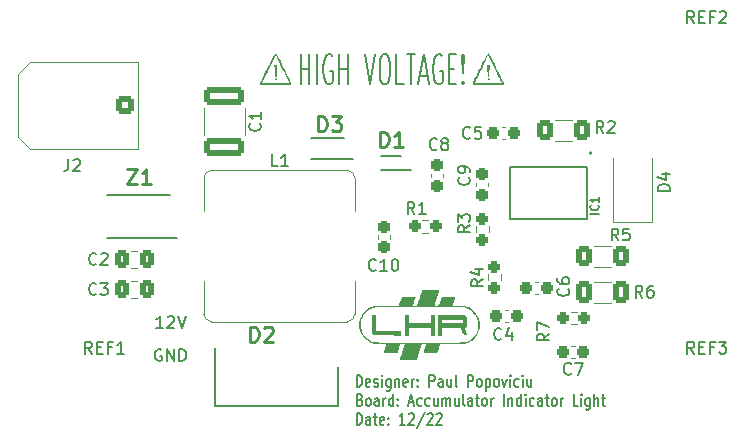
<source format=gto>
G04 #@! TF.GenerationSoftware,KiCad,Pcbnew,(6.0.1)*
G04 #@! TF.CreationDate,2022-12-28T11:05:24-06:00*
G04 #@! TF.ProjectId,AIL,41494c2e-6b69-4636-9164-5f7063625858,rev?*
G04 #@! TF.SameCoordinates,Original*
G04 #@! TF.FileFunction,Legend,Top*
G04 #@! TF.FilePolarity,Positive*
%FSLAX46Y46*%
G04 Gerber Fmt 4.6, Leading zero omitted, Abs format (unit mm)*
G04 Created by KiCad (PCBNEW (6.0.1)) date 2022-12-28 11:05:24*
%MOMM*%
%LPD*%
G01*
G04 APERTURE LIST*
G04 Aperture macros list*
%AMRoundRect*
0 Rectangle with rounded corners*
0 $1 Rounding radius*
0 $2 $3 $4 $5 $6 $7 $8 $9 X,Y pos of 4 corners*
0 Add a 4 corners polygon primitive as box body*
4,1,4,$2,$3,$4,$5,$6,$7,$8,$9,$2,$3,0*
0 Add four circle primitives for the rounded corners*
1,1,$1+$1,$2,$3*
1,1,$1+$1,$4,$5*
1,1,$1+$1,$6,$7*
1,1,$1+$1,$8,$9*
0 Add four rect primitives between the rounded corners*
20,1,$1+$1,$2,$3,$4,$5,0*
20,1,$1+$1,$4,$5,$6,$7,0*
20,1,$1+$1,$6,$7,$8,$9,0*
20,1,$1+$1,$8,$9,$2,$3,0*%
G04 Aperture macros list end*
%ADD10C,0.150000*%
%ADD11C,0.254000*%
%ADD12C,0.175000*%
%ADD13C,0.120000*%
%ADD14C,0.200000*%
%ADD15RoundRect,0.237500X0.237500X-0.250000X0.237500X0.250000X-0.237500X0.250000X-0.237500X-0.250000X0*%
%ADD16RoundRect,0.250000X-0.412500X-0.650000X0.412500X-0.650000X0.412500X0.650000X-0.412500X0.650000X0*%
%ADD17RoundRect,0.237500X0.300000X0.237500X-0.300000X0.237500X-0.300000X-0.237500X0.300000X-0.237500X0*%
%ADD18R,1.800000X2.500000*%
%ADD19RoundRect,0.237500X-0.250000X-0.237500X0.250000X-0.237500X0.250000X0.237500X-0.250000X0.237500X0*%
%ADD20RoundRect,0.237500X-0.300000X-0.237500X0.300000X-0.237500X0.300000X0.237500X-0.300000X0.237500X0*%
%ADD21C,3.000000*%
%ADD22RoundRect,0.250001X0.499999X-0.499999X0.499999X0.499999X-0.499999X0.499999X-0.499999X-0.499999X0*%
%ADD23C,1.500000*%
%ADD24R,1.050000X0.550000*%
%ADD25RoundRect,0.250000X-0.400000X-0.625000X0.400000X-0.625000X0.400000X0.625000X-0.400000X0.625000X0*%
%ADD26RoundRect,0.250000X-1.450000X0.537500X-1.450000X-0.537500X1.450000X-0.537500X1.450000X0.537500X0*%
%ADD27R,0.450000X0.800000*%
%ADD28R,5.680000X1.780000*%
%ADD29R,2.900000X5.400000*%
%ADD30RoundRect,0.237500X-0.237500X0.300000X-0.237500X-0.300000X0.237500X-0.300000X0.237500X0.300000X0*%
%ADD31R,1.120000X1.080000*%
%ADD32RoundRect,0.250000X0.337500X0.475000X-0.337500X0.475000X-0.337500X-0.475000X0.337500X-0.475000X0*%
%ADD33R,2.250000X2.050000*%
%ADD34RoundRect,0.250000X0.400000X0.625000X-0.400000X0.625000X-0.400000X-0.625000X0.400000X-0.625000X0*%
%ADD35R,2.115000X2.115000*%
%ADD36C,2.115000*%
%ADD37RoundRect,0.237500X-0.237500X0.250000X-0.237500X-0.250000X0.237500X-0.250000X0.237500X0.250000X0*%
G04 APERTURE END LIST*
D10*
X149385976Y-105268380D02*
X149385976Y-104268380D01*
X149576452Y-104268380D01*
X149690738Y-104316000D01*
X149766928Y-104411238D01*
X149805023Y-104506476D01*
X149843119Y-104696952D01*
X149843119Y-104839809D01*
X149805023Y-105030285D01*
X149766928Y-105125523D01*
X149690738Y-105220761D01*
X149576452Y-105268380D01*
X149385976Y-105268380D01*
X150490738Y-105220761D02*
X150414547Y-105268380D01*
X150262166Y-105268380D01*
X150185976Y-105220761D01*
X150147880Y-105125523D01*
X150147880Y-104744571D01*
X150185976Y-104649333D01*
X150262166Y-104601714D01*
X150414547Y-104601714D01*
X150490738Y-104649333D01*
X150528833Y-104744571D01*
X150528833Y-104839809D01*
X150147880Y-104935047D01*
X150833595Y-105220761D02*
X150909785Y-105268380D01*
X151062166Y-105268380D01*
X151138357Y-105220761D01*
X151176452Y-105125523D01*
X151176452Y-105077904D01*
X151138357Y-104982666D01*
X151062166Y-104935047D01*
X150947880Y-104935047D01*
X150871690Y-104887428D01*
X150833595Y-104792190D01*
X150833595Y-104744571D01*
X150871690Y-104649333D01*
X150947880Y-104601714D01*
X151062166Y-104601714D01*
X151138357Y-104649333D01*
X151519309Y-105268380D02*
X151519309Y-104601714D01*
X151519309Y-104268380D02*
X151481214Y-104316000D01*
X151519309Y-104363619D01*
X151557404Y-104316000D01*
X151519309Y-104268380D01*
X151519309Y-104363619D01*
X152243119Y-104601714D02*
X152243119Y-105411238D01*
X152205023Y-105506476D01*
X152166928Y-105554095D01*
X152090738Y-105601714D01*
X151976452Y-105601714D01*
X151900261Y-105554095D01*
X152243119Y-105220761D02*
X152166928Y-105268380D01*
X152014547Y-105268380D01*
X151938357Y-105220761D01*
X151900261Y-105173142D01*
X151862166Y-105077904D01*
X151862166Y-104792190D01*
X151900261Y-104696952D01*
X151938357Y-104649333D01*
X152014547Y-104601714D01*
X152166928Y-104601714D01*
X152243119Y-104649333D01*
X152624071Y-104601714D02*
X152624071Y-105268380D01*
X152624071Y-104696952D02*
X152662166Y-104649333D01*
X152738357Y-104601714D01*
X152852642Y-104601714D01*
X152928833Y-104649333D01*
X152966928Y-104744571D01*
X152966928Y-105268380D01*
X153652642Y-105220761D02*
X153576452Y-105268380D01*
X153424071Y-105268380D01*
X153347880Y-105220761D01*
X153309785Y-105125523D01*
X153309785Y-104744571D01*
X153347880Y-104649333D01*
X153424071Y-104601714D01*
X153576452Y-104601714D01*
X153652642Y-104649333D01*
X153690738Y-104744571D01*
X153690738Y-104839809D01*
X153309785Y-104935047D01*
X154033595Y-105268380D02*
X154033595Y-104601714D01*
X154033595Y-104792190D02*
X154071690Y-104696952D01*
X154109785Y-104649333D01*
X154185976Y-104601714D01*
X154262166Y-104601714D01*
X154528833Y-105173142D02*
X154566928Y-105220761D01*
X154528833Y-105268380D01*
X154490738Y-105220761D01*
X154528833Y-105173142D01*
X154528833Y-105268380D01*
X154528833Y-104649333D02*
X154566928Y-104696952D01*
X154528833Y-104744571D01*
X154490738Y-104696952D01*
X154528833Y-104649333D01*
X154528833Y-104744571D01*
X155519309Y-105268380D02*
X155519309Y-104268380D01*
X155824071Y-104268380D01*
X155900261Y-104316000D01*
X155938357Y-104363619D01*
X155976452Y-104458857D01*
X155976452Y-104601714D01*
X155938357Y-104696952D01*
X155900261Y-104744571D01*
X155824071Y-104792190D01*
X155519309Y-104792190D01*
X156662166Y-105268380D02*
X156662166Y-104744571D01*
X156624071Y-104649333D01*
X156547880Y-104601714D01*
X156395500Y-104601714D01*
X156319309Y-104649333D01*
X156662166Y-105220761D02*
X156585976Y-105268380D01*
X156395500Y-105268380D01*
X156319309Y-105220761D01*
X156281214Y-105125523D01*
X156281214Y-105030285D01*
X156319309Y-104935047D01*
X156395500Y-104887428D01*
X156585976Y-104887428D01*
X156662166Y-104839809D01*
X157385976Y-104601714D02*
X157385976Y-105268380D01*
X157043119Y-104601714D02*
X157043119Y-105125523D01*
X157081214Y-105220761D01*
X157157404Y-105268380D01*
X157271690Y-105268380D01*
X157347880Y-105220761D01*
X157385976Y-105173142D01*
X157881214Y-105268380D02*
X157805023Y-105220761D01*
X157766928Y-105125523D01*
X157766928Y-104268380D01*
X158795500Y-105268380D02*
X158795500Y-104268380D01*
X159100261Y-104268380D01*
X159176452Y-104316000D01*
X159214547Y-104363619D01*
X159252642Y-104458857D01*
X159252642Y-104601714D01*
X159214547Y-104696952D01*
X159176452Y-104744571D01*
X159100261Y-104792190D01*
X158795500Y-104792190D01*
X159709785Y-105268380D02*
X159633595Y-105220761D01*
X159595500Y-105173142D01*
X159557404Y-105077904D01*
X159557404Y-104792190D01*
X159595500Y-104696952D01*
X159633595Y-104649333D01*
X159709785Y-104601714D01*
X159824071Y-104601714D01*
X159900261Y-104649333D01*
X159938357Y-104696952D01*
X159976452Y-104792190D01*
X159976452Y-105077904D01*
X159938357Y-105173142D01*
X159900261Y-105220761D01*
X159824071Y-105268380D01*
X159709785Y-105268380D01*
X160319309Y-104601714D02*
X160319309Y-105601714D01*
X160319309Y-104649333D02*
X160395500Y-104601714D01*
X160547880Y-104601714D01*
X160624071Y-104649333D01*
X160662166Y-104696952D01*
X160700261Y-104792190D01*
X160700261Y-105077904D01*
X160662166Y-105173142D01*
X160624071Y-105220761D01*
X160547880Y-105268380D01*
X160395500Y-105268380D01*
X160319309Y-105220761D01*
X161157404Y-105268380D02*
X161081214Y-105220761D01*
X161043119Y-105173142D01*
X161005023Y-105077904D01*
X161005023Y-104792190D01*
X161043119Y-104696952D01*
X161081214Y-104649333D01*
X161157404Y-104601714D01*
X161271690Y-104601714D01*
X161347880Y-104649333D01*
X161385976Y-104696952D01*
X161424071Y-104792190D01*
X161424071Y-105077904D01*
X161385976Y-105173142D01*
X161347880Y-105220761D01*
X161271690Y-105268380D01*
X161157404Y-105268380D01*
X161690738Y-104601714D02*
X161881214Y-105268380D01*
X162071690Y-104601714D01*
X162376452Y-105268380D02*
X162376452Y-104601714D01*
X162376452Y-104268380D02*
X162338357Y-104316000D01*
X162376452Y-104363619D01*
X162414547Y-104316000D01*
X162376452Y-104268380D01*
X162376452Y-104363619D01*
X163100261Y-105220761D02*
X163024071Y-105268380D01*
X162871690Y-105268380D01*
X162795500Y-105220761D01*
X162757404Y-105173142D01*
X162719309Y-105077904D01*
X162719309Y-104792190D01*
X162757404Y-104696952D01*
X162795500Y-104649333D01*
X162871690Y-104601714D01*
X163024071Y-104601714D01*
X163100261Y-104649333D01*
X163443119Y-105268380D02*
X163443119Y-104601714D01*
X163443119Y-104268380D02*
X163405023Y-104316000D01*
X163443119Y-104363619D01*
X163481214Y-104316000D01*
X163443119Y-104268380D01*
X163443119Y-104363619D01*
X164166928Y-104601714D02*
X164166928Y-105268380D01*
X163824071Y-104601714D02*
X163824071Y-105125523D01*
X163862166Y-105220761D01*
X163938357Y-105268380D01*
X164052642Y-105268380D01*
X164128833Y-105220761D01*
X164166928Y-105173142D01*
X149652642Y-106354571D02*
X149766928Y-106402190D01*
X149805023Y-106449809D01*
X149843119Y-106545047D01*
X149843119Y-106687904D01*
X149805023Y-106783142D01*
X149766928Y-106830761D01*
X149690738Y-106878380D01*
X149385976Y-106878380D01*
X149385976Y-105878380D01*
X149652642Y-105878380D01*
X149728833Y-105926000D01*
X149766928Y-105973619D01*
X149805023Y-106068857D01*
X149805023Y-106164095D01*
X149766928Y-106259333D01*
X149728833Y-106306952D01*
X149652642Y-106354571D01*
X149385976Y-106354571D01*
X150300261Y-106878380D02*
X150224071Y-106830761D01*
X150185976Y-106783142D01*
X150147880Y-106687904D01*
X150147880Y-106402190D01*
X150185976Y-106306952D01*
X150224071Y-106259333D01*
X150300261Y-106211714D01*
X150414547Y-106211714D01*
X150490738Y-106259333D01*
X150528833Y-106306952D01*
X150566928Y-106402190D01*
X150566928Y-106687904D01*
X150528833Y-106783142D01*
X150490738Y-106830761D01*
X150414547Y-106878380D01*
X150300261Y-106878380D01*
X151252642Y-106878380D02*
X151252642Y-106354571D01*
X151214547Y-106259333D01*
X151138357Y-106211714D01*
X150985976Y-106211714D01*
X150909785Y-106259333D01*
X151252642Y-106830761D02*
X151176452Y-106878380D01*
X150985976Y-106878380D01*
X150909785Y-106830761D01*
X150871690Y-106735523D01*
X150871690Y-106640285D01*
X150909785Y-106545047D01*
X150985976Y-106497428D01*
X151176452Y-106497428D01*
X151252642Y-106449809D01*
X151633595Y-106878380D02*
X151633595Y-106211714D01*
X151633595Y-106402190D02*
X151671690Y-106306952D01*
X151709785Y-106259333D01*
X151785976Y-106211714D01*
X151862166Y-106211714D01*
X152471690Y-106878380D02*
X152471690Y-105878380D01*
X152471690Y-106830761D02*
X152395500Y-106878380D01*
X152243119Y-106878380D01*
X152166928Y-106830761D01*
X152128833Y-106783142D01*
X152090738Y-106687904D01*
X152090738Y-106402190D01*
X152128833Y-106306952D01*
X152166928Y-106259333D01*
X152243119Y-106211714D01*
X152395500Y-106211714D01*
X152471690Y-106259333D01*
X152852642Y-106783142D02*
X152890738Y-106830761D01*
X152852642Y-106878380D01*
X152814547Y-106830761D01*
X152852642Y-106783142D01*
X152852642Y-106878380D01*
X152852642Y-106259333D02*
X152890738Y-106306952D01*
X152852642Y-106354571D01*
X152814547Y-106306952D01*
X152852642Y-106259333D01*
X152852642Y-106354571D01*
X153805023Y-106592666D02*
X154185976Y-106592666D01*
X153728833Y-106878380D02*
X153995500Y-105878380D01*
X154262166Y-106878380D01*
X154871690Y-106830761D02*
X154795500Y-106878380D01*
X154643119Y-106878380D01*
X154566928Y-106830761D01*
X154528833Y-106783142D01*
X154490738Y-106687904D01*
X154490738Y-106402190D01*
X154528833Y-106306952D01*
X154566928Y-106259333D01*
X154643119Y-106211714D01*
X154795500Y-106211714D01*
X154871690Y-106259333D01*
X155557404Y-106830761D02*
X155481214Y-106878380D01*
X155328833Y-106878380D01*
X155252642Y-106830761D01*
X155214547Y-106783142D01*
X155176452Y-106687904D01*
X155176452Y-106402190D01*
X155214547Y-106306952D01*
X155252642Y-106259333D01*
X155328833Y-106211714D01*
X155481214Y-106211714D01*
X155557404Y-106259333D01*
X156243119Y-106211714D02*
X156243119Y-106878380D01*
X155900261Y-106211714D02*
X155900261Y-106735523D01*
X155938357Y-106830761D01*
X156014547Y-106878380D01*
X156128833Y-106878380D01*
X156205023Y-106830761D01*
X156243119Y-106783142D01*
X156624071Y-106878380D02*
X156624071Y-106211714D01*
X156624071Y-106306952D02*
X156662166Y-106259333D01*
X156738357Y-106211714D01*
X156852642Y-106211714D01*
X156928833Y-106259333D01*
X156966928Y-106354571D01*
X156966928Y-106878380D01*
X156966928Y-106354571D02*
X157005023Y-106259333D01*
X157081214Y-106211714D01*
X157195500Y-106211714D01*
X157271690Y-106259333D01*
X157309785Y-106354571D01*
X157309785Y-106878380D01*
X158033595Y-106211714D02*
X158033595Y-106878380D01*
X157690738Y-106211714D02*
X157690738Y-106735523D01*
X157728833Y-106830761D01*
X157805023Y-106878380D01*
X157919309Y-106878380D01*
X157995500Y-106830761D01*
X158033595Y-106783142D01*
X158528833Y-106878380D02*
X158452642Y-106830761D01*
X158414547Y-106735523D01*
X158414547Y-105878380D01*
X159176452Y-106878380D02*
X159176452Y-106354571D01*
X159138357Y-106259333D01*
X159062166Y-106211714D01*
X158909785Y-106211714D01*
X158833595Y-106259333D01*
X159176452Y-106830761D02*
X159100261Y-106878380D01*
X158909785Y-106878380D01*
X158833595Y-106830761D01*
X158795500Y-106735523D01*
X158795500Y-106640285D01*
X158833595Y-106545047D01*
X158909785Y-106497428D01*
X159100261Y-106497428D01*
X159176452Y-106449809D01*
X159443119Y-106211714D02*
X159747880Y-106211714D01*
X159557404Y-105878380D02*
X159557404Y-106735523D01*
X159595500Y-106830761D01*
X159671690Y-106878380D01*
X159747880Y-106878380D01*
X160128833Y-106878380D02*
X160052642Y-106830761D01*
X160014547Y-106783142D01*
X159976452Y-106687904D01*
X159976452Y-106402190D01*
X160014547Y-106306952D01*
X160052642Y-106259333D01*
X160128833Y-106211714D01*
X160243119Y-106211714D01*
X160319309Y-106259333D01*
X160357404Y-106306952D01*
X160395500Y-106402190D01*
X160395500Y-106687904D01*
X160357404Y-106783142D01*
X160319309Y-106830761D01*
X160243119Y-106878380D01*
X160128833Y-106878380D01*
X160738357Y-106878380D02*
X160738357Y-106211714D01*
X160738357Y-106402190D02*
X160776452Y-106306952D01*
X160814547Y-106259333D01*
X160890738Y-106211714D01*
X160966928Y-106211714D01*
X161843119Y-106878380D02*
X161843119Y-105878380D01*
X162224071Y-106211714D02*
X162224071Y-106878380D01*
X162224071Y-106306952D02*
X162262166Y-106259333D01*
X162338357Y-106211714D01*
X162452642Y-106211714D01*
X162528833Y-106259333D01*
X162566928Y-106354571D01*
X162566928Y-106878380D01*
X163290738Y-106878380D02*
X163290738Y-105878380D01*
X163290738Y-106830761D02*
X163214547Y-106878380D01*
X163062166Y-106878380D01*
X162985976Y-106830761D01*
X162947880Y-106783142D01*
X162909785Y-106687904D01*
X162909785Y-106402190D01*
X162947880Y-106306952D01*
X162985976Y-106259333D01*
X163062166Y-106211714D01*
X163214547Y-106211714D01*
X163290738Y-106259333D01*
X163671690Y-106878380D02*
X163671690Y-106211714D01*
X163671690Y-105878380D02*
X163633595Y-105926000D01*
X163671690Y-105973619D01*
X163709785Y-105926000D01*
X163671690Y-105878380D01*
X163671690Y-105973619D01*
X164395500Y-106830761D02*
X164319309Y-106878380D01*
X164166928Y-106878380D01*
X164090738Y-106830761D01*
X164052642Y-106783142D01*
X164014547Y-106687904D01*
X164014547Y-106402190D01*
X164052642Y-106306952D01*
X164090738Y-106259333D01*
X164166928Y-106211714D01*
X164319309Y-106211714D01*
X164395500Y-106259333D01*
X165081214Y-106878380D02*
X165081214Y-106354571D01*
X165043119Y-106259333D01*
X164966928Y-106211714D01*
X164814547Y-106211714D01*
X164738357Y-106259333D01*
X165081214Y-106830761D02*
X165005023Y-106878380D01*
X164814547Y-106878380D01*
X164738357Y-106830761D01*
X164700261Y-106735523D01*
X164700261Y-106640285D01*
X164738357Y-106545047D01*
X164814547Y-106497428D01*
X165005023Y-106497428D01*
X165081214Y-106449809D01*
X165347880Y-106211714D02*
X165652642Y-106211714D01*
X165462166Y-105878380D02*
X165462166Y-106735523D01*
X165500261Y-106830761D01*
X165576452Y-106878380D01*
X165652642Y-106878380D01*
X166033595Y-106878380D02*
X165957404Y-106830761D01*
X165919309Y-106783142D01*
X165881214Y-106687904D01*
X165881214Y-106402190D01*
X165919309Y-106306952D01*
X165957404Y-106259333D01*
X166033595Y-106211714D01*
X166147880Y-106211714D01*
X166224071Y-106259333D01*
X166262166Y-106306952D01*
X166300261Y-106402190D01*
X166300261Y-106687904D01*
X166262166Y-106783142D01*
X166224071Y-106830761D01*
X166147880Y-106878380D01*
X166033595Y-106878380D01*
X166643119Y-106878380D02*
X166643119Y-106211714D01*
X166643119Y-106402190D02*
X166681214Y-106306952D01*
X166719309Y-106259333D01*
X166795500Y-106211714D01*
X166871690Y-106211714D01*
X168128833Y-106878380D02*
X167747880Y-106878380D01*
X167747880Y-105878380D01*
X168395500Y-106878380D02*
X168395500Y-106211714D01*
X168395500Y-105878380D02*
X168357404Y-105926000D01*
X168395500Y-105973619D01*
X168433595Y-105926000D01*
X168395500Y-105878380D01*
X168395500Y-105973619D01*
X169119309Y-106211714D02*
X169119309Y-107021238D01*
X169081214Y-107116476D01*
X169043119Y-107164095D01*
X168966928Y-107211714D01*
X168852642Y-107211714D01*
X168776452Y-107164095D01*
X169119309Y-106830761D02*
X169043119Y-106878380D01*
X168890738Y-106878380D01*
X168814547Y-106830761D01*
X168776452Y-106783142D01*
X168738357Y-106687904D01*
X168738357Y-106402190D01*
X168776452Y-106306952D01*
X168814547Y-106259333D01*
X168890738Y-106211714D01*
X169043119Y-106211714D01*
X169119309Y-106259333D01*
X169500261Y-106878380D02*
X169500261Y-105878380D01*
X169843119Y-106878380D02*
X169843119Y-106354571D01*
X169805023Y-106259333D01*
X169728833Y-106211714D01*
X169614547Y-106211714D01*
X169538357Y-106259333D01*
X169500261Y-106306952D01*
X170109785Y-106211714D02*
X170414547Y-106211714D01*
X170224071Y-105878380D02*
X170224071Y-106735523D01*
X170262166Y-106830761D01*
X170338357Y-106878380D01*
X170414547Y-106878380D01*
X149385976Y-108488380D02*
X149385976Y-107488380D01*
X149576452Y-107488380D01*
X149690738Y-107536000D01*
X149766928Y-107631238D01*
X149805023Y-107726476D01*
X149843119Y-107916952D01*
X149843119Y-108059809D01*
X149805023Y-108250285D01*
X149766928Y-108345523D01*
X149690738Y-108440761D01*
X149576452Y-108488380D01*
X149385976Y-108488380D01*
X150528833Y-108488380D02*
X150528833Y-107964571D01*
X150490738Y-107869333D01*
X150414547Y-107821714D01*
X150262166Y-107821714D01*
X150185976Y-107869333D01*
X150528833Y-108440761D02*
X150452642Y-108488380D01*
X150262166Y-108488380D01*
X150185976Y-108440761D01*
X150147880Y-108345523D01*
X150147880Y-108250285D01*
X150185976Y-108155047D01*
X150262166Y-108107428D01*
X150452642Y-108107428D01*
X150528833Y-108059809D01*
X150795500Y-107821714D02*
X151100261Y-107821714D01*
X150909785Y-107488380D02*
X150909785Y-108345523D01*
X150947880Y-108440761D01*
X151024071Y-108488380D01*
X151100261Y-108488380D01*
X151671690Y-108440761D02*
X151595500Y-108488380D01*
X151443119Y-108488380D01*
X151366928Y-108440761D01*
X151328833Y-108345523D01*
X151328833Y-107964571D01*
X151366928Y-107869333D01*
X151443119Y-107821714D01*
X151595500Y-107821714D01*
X151671690Y-107869333D01*
X151709785Y-107964571D01*
X151709785Y-108059809D01*
X151328833Y-108155047D01*
X152052642Y-108393142D02*
X152090738Y-108440761D01*
X152052642Y-108488380D01*
X152014547Y-108440761D01*
X152052642Y-108393142D01*
X152052642Y-108488380D01*
X152052642Y-107869333D02*
X152090738Y-107916952D01*
X152052642Y-107964571D01*
X152014547Y-107916952D01*
X152052642Y-107869333D01*
X152052642Y-107964571D01*
X153462166Y-108488380D02*
X153005023Y-108488380D01*
X153233595Y-108488380D02*
X153233595Y-107488380D01*
X153157404Y-107631238D01*
X153081214Y-107726476D01*
X153005023Y-107774095D01*
X153766928Y-107583619D02*
X153805023Y-107536000D01*
X153881214Y-107488380D01*
X154071690Y-107488380D01*
X154147880Y-107536000D01*
X154185976Y-107583619D01*
X154224071Y-107678857D01*
X154224071Y-107774095D01*
X154185976Y-107916952D01*
X153728833Y-108488380D01*
X154224071Y-108488380D01*
X155138357Y-107440761D02*
X154452642Y-108726476D01*
X155366928Y-107583619D02*
X155405023Y-107536000D01*
X155481214Y-107488380D01*
X155671690Y-107488380D01*
X155747880Y-107536000D01*
X155785976Y-107583619D01*
X155824071Y-107678857D01*
X155824071Y-107774095D01*
X155785976Y-107916952D01*
X155328833Y-108488380D01*
X155824071Y-108488380D01*
X156128833Y-107583619D02*
X156166928Y-107536000D01*
X156243119Y-107488380D01*
X156433595Y-107488380D01*
X156509785Y-107536000D01*
X156547880Y-107583619D01*
X156585976Y-107678857D01*
X156585976Y-107774095D01*
X156547880Y-107916952D01*
X156090738Y-108488380D01*
X156585976Y-108488380D01*
X132842095Y-102116000D02*
X132746857Y-102068380D01*
X132604000Y-102068380D01*
X132461142Y-102116000D01*
X132365904Y-102211238D01*
X132318285Y-102306476D01*
X132270666Y-102496952D01*
X132270666Y-102639809D01*
X132318285Y-102830285D01*
X132365904Y-102925523D01*
X132461142Y-103020761D01*
X132604000Y-103068380D01*
X132699238Y-103068380D01*
X132842095Y-103020761D01*
X132889714Y-102973142D01*
X132889714Y-102639809D01*
X132699238Y-102639809D01*
X133318285Y-103068380D02*
X133318285Y-102068380D01*
X133889714Y-103068380D01*
X133889714Y-102068380D01*
X134365904Y-103068380D02*
X134365904Y-102068380D01*
X134604000Y-102068380D01*
X134746857Y-102116000D01*
X134842095Y-102211238D01*
X134889714Y-102306476D01*
X134937333Y-102496952D01*
X134937333Y-102639809D01*
X134889714Y-102830285D01*
X134842095Y-102925523D01*
X134746857Y-103020761D01*
X134604000Y-103068380D01*
X134365904Y-103068380D01*
X132984952Y-100274380D02*
X132413523Y-100274380D01*
X132699238Y-100274380D02*
X132699238Y-99274380D01*
X132604000Y-99417238D01*
X132508761Y-99512476D01*
X132413523Y-99560095D01*
X133365904Y-99369619D02*
X133413523Y-99322000D01*
X133508761Y-99274380D01*
X133746857Y-99274380D01*
X133842095Y-99322000D01*
X133889714Y-99369619D01*
X133937333Y-99464857D01*
X133937333Y-99560095D01*
X133889714Y-99702952D01*
X133318285Y-100274380D01*
X133937333Y-100274380D01*
X134223047Y-99274380D02*
X134556380Y-100274380D01*
X134889714Y-99274380D01*
X144633333Y-79630952D02*
X144633333Y-77130952D01*
X144633333Y-78321428D02*
X145376190Y-78321428D01*
X145376190Y-79630952D02*
X145376190Y-77130952D01*
X145995238Y-79630952D02*
X145995238Y-77130952D01*
X147295238Y-77250000D02*
X147171428Y-77130952D01*
X146985714Y-77130952D01*
X146800000Y-77250000D01*
X146676190Y-77488095D01*
X146614285Y-77726190D01*
X146552380Y-78202380D01*
X146552380Y-78559523D01*
X146614285Y-79035714D01*
X146676190Y-79273809D01*
X146800000Y-79511904D01*
X146985714Y-79630952D01*
X147109523Y-79630952D01*
X147295238Y-79511904D01*
X147357142Y-79392857D01*
X147357142Y-78559523D01*
X147109523Y-78559523D01*
X147914285Y-79630952D02*
X147914285Y-77130952D01*
X147914285Y-78321428D02*
X148657142Y-78321428D01*
X148657142Y-79630952D02*
X148657142Y-77130952D01*
X150080952Y-77130952D02*
X150514285Y-79630952D01*
X150947619Y-77130952D01*
X151628571Y-77130952D02*
X151876190Y-77130952D01*
X152000000Y-77250000D01*
X152123809Y-77488095D01*
X152185714Y-77964285D01*
X152185714Y-78797619D01*
X152123809Y-79273809D01*
X152000000Y-79511904D01*
X151876190Y-79630952D01*
X151628571Y-79630952D01*
X151504761Y-79511904D01*
X151380952Y-79273809D01*
X151319047Y-78797619D01*
X151319047Y-77964285D01*
X151380952Y-77488095D01*
X151504761Y-77250000D01*
X151628571Y-77130952D01*
X153361904Y-79630952D02*
X152742857Y-79630952D01*
X152742857Y-77130952D01*
X153609523Y-77130952D02*
X154352380Y-77130952D01*
X153980952Y-79630952D02*
X153980952Y-77130952D01*
X154723809Y-78916666D02*
X155342857Y-78916666D01*
X154600000Y-79630952D02*
X155033333Y-77130952D01*
X155466666Y-79630952D01*
X156580952Y-77250000D02*
X156457142Y-77130952D01*
X156271428Y-77130952D01*
X156085714Y-77250000D01*
X155961904Y-77488095D01*
X155900000Y-77726190D01*
X155838095Y-78202380D01*
X155838095Y-78559523D01*
X155900000Y-79035714D01*
X155961904Y-79273809D01*
X156085714Y-79511904D01*
X156271428Y-79630952D01*
X156395238Y-79630952D01*
X156580952Y-79511904D01*
X156642857Y-79392857D01*
X156642857Y-78559523D01*
X156395238Y-78559523D01*
X157200000Y-78321428D02*
X157633333Y-78321428D01*
X157819047Y-79630952D02*
X157200000Y-79630952D01*
X157200000Y-77130952D01*
X157819047Y-77130952D01*
X158376190Y-79392857D02*
X158438095Y-79511904D01*
X158376190Y-79630952D01*
X158314285Y-79511904D01*
X158376190Y-79392857D01*
X158376190Y-79630952D01*
X158376190Y-78678571D02*
X158314285Y-77250000D01*
X158376190Y-77130952D01*
X158438095Y-77250000D01*
X158376190Y-78678571D01*
X158376190Y-77130952D01*
X160058380Y-96178666D02*
X159582190Y-96512000D01*
X160058380Y-96750095D02*
X159058380Y-96750095D01*
X159058380Y-96369142D01*
X159106000Y-96273904D01*
X159153619Y-96226285D01*
X159248857Y-96178666D01*
X159391714Y-96178666D01*
X159486952Y-96226285D01*
X159534571Y-96273904D01*
X159582190Y-96369142D01*
X159582190Y-96750095D01*
X159391714Y-95321523D02*
X160058380Y-95321523D01*
X159010761Y-95559619D02*
X159725047Y-95797714D01*
X159725047Y-95178666D01*
X173569333Y-97708825D02*
X173236000Y-97232635D01*
X172997904Y-97708825D02*
X172997904Y-96708825D01*
X173378857Y-96708825D01*
X173474095Y-96756445D01*
X173521714Y-96804064D01*
X173569333Y-96899302D01*
X173569333Y-97042159D01*
X173521714Y-97137397D01*
X173474095Y-97185016D01*
X173378857Y-97232635D01*
X172997904Y-97232635D01*
X174426476Y-96708825D02*
X174236000Y-96708825D01*
X174140761Y-96756445D01*
X174093142Y-96804064D01*
X173997904Y-96946921D01*
X173950285Y-97137397D01*
X173950285Y-97518349D01*
X173997904Y-97613587D01*
X174045523Y-97661206D01*
X174140761Y-97708825D01*
X174331238Y-97708825D01*
X174426476Y-97661206D01*
X174474095Y-97613587D01*
X174521714Y-97518349D01*
X174521714Y-97280254D01*
X174474095Y-97185016D01*
X174426476Y-97137397D01*
X174331238Y-97089778D01*
X174140761Y-97089778D01*
X174045523Y-97137397D01*
X173997904Y-97185016D01*
X173950285Y-97280254D01*
X158973813Y-84163587D02*
X158926194Y-84211206D01*
X158783337Y-84258825D01*
X158688099Y-84258825D01*
X158545241Y-84211206D01*
X158450003Y-84115968D01*
X158402384Y-84020730D01*
X158354765Y-83830254D01*
X158354765Y-83687397D01*
X158402384Y-83496921D01*
X158450003Y-83401683D01*
X158545241Y-83306445D01*
X158688099Y-83258825D01*
X158783337Y-83258825D01*
X158926194Y-83306445D01*
X158973813Y-83354064D01*
X159878575Y-83258825D02*
X159402384Y-83258825D01*
X159354765Y-83735016D01*
X159402384Y-83687397D01*
X159497622Y-83639778D01*
X159735718Y-83639778D01*
X159830956Y-83687397D01*
X159878575Y-83735016D01*
X159926194Y-83830254D01*
X159926194Y-84068349D01*
X159878575Y-84163587D01*
X159830956Y-84211206D01*
X159735718Y-84258825D01*
X159497622Y-84258825D01*
X159402384Y-84211206D01*
X159354765Y-84163587D01*
X175872380Y-88675650D02*
X174872380Y-88675650D01*
X174872380Y-88437555D01*
X174920000Y-88294697D01*
X175015238Y-88199459D01*
X175110476Y-88151840D01*
X175300952Y-88104221D01*
X175443809Y-88104221D01*
X175634285Y-88151840D01*
X175729523Y-88199459D01*
X175824761Y-88294697D01*
X175872380Y-88437555D01*
X175872380Y-88675650D01*
X175205714Y-87247078D02*
X175872380Y-87247078D01*
X174824761Y-87485174D02*
X175539047Y-87723269D01*
X175539047Y-87104221D01*
X154265333Y-90622380D02*
X153932000Y-90146190D01*
X153693904Y-90622380D02*
X153693904Y-89622380D01*
X154074857Y-89622380D01*
X154170095Y-89670000D01*
X154217714Y-89717619D01*
X154265333Y-89812857D01*
X154265333Y-89955714D01*
X154217714Y-90050952D01*
X154170095Y-90098571D01*
X154074857Y-90146190D01*
X153693904Y-90146190D01*
X155217714Y-90622380D02*
X154646285Y-90622380D01*
X154932000Y-90622380D02*
X154932000Y-89622380D01*
X154836761Y-89765238D01*
X154741523Y-89860476D01*
X154646285Y-89908095D01*
X167280642Y-96954221D02*
X167328261Y-97001840D01*
X167375880Y-97144697D01*
X167375880Y-97239935D01*
X167328261Y-97382793D01*
X167233023Y-97478031D01*
X167137785Y-97525650D01*
X166947309Y-97573269D01*
X166804452Y-97573269D01*
X166613976Y-97525650D01*
X166518738Y-97478031D01*
X166423500Y-97382793D01*
X166375880Y-97239935D01*
X166375880Y-97144697D01*
X166423500Y-97001840D01*
X166471119Y-96954221D01*
X166375880Y-96097078D02*
X166375880Y-96287555D01*
X166423500Y-96382793D01*
X166471119Y-96430412D01*
X166613976Y-96525650D01*
X166804452Y-96573269D01*
X167185404Y-96573269D01*
X167280642Y-96525650D01*
X167328261Y-96478031D01*
X167375880Y-96382793D01*
X167375880Y-96192316D01*
X167328261Y-96097078D01*
X167280642Y-96049459D01*
X167185404Y-96001840D01*
X166947309Y-96001840D01*
X166852071Y-96049459D01*
X166804452Y-96097078D01*
X166756833Y-96192316D01*
X166756833Y-96382793D01*
X166804452Y-96478031D01*
X166852071Y-96525650D01*
X166947309Y-96573269D01*
X124955111Y-86001825D02*
X124955111Y-86716111D01*
X124907492Y-86858968D01*
X124812254Y-86954206D01*
X124669397Y-87001825D01*
X124574159Y-87001825D01*
X125383683Y-86097064D02*
X125431302Y-86049445D01*
X125526540Y-86001825D01*
X125764635Y-86001825D01*
X125859873Y-86049445D01*
X125907492Y-86097064D01*
X125955111Y-86192302D01*
X125955111Y-86287540D01*
X125907492Y-86430397D01*
X125336064Y-87001825D01*
X125955111Y-87001825D01*
D11*
X151361064Y-84953968D02*
X151361064Y-83683968D01*
X151663445Y-83683968D01*
X151844873Y-83744445D01*
X151965825Y-83865397D01*
X152026302Y-83986349D01*
X152086778Y-84228254D01*
X152086778Y-84409683D01*
X152026302Y-84651587D01*
X151965825Y-84772540D01*
X151844873Y-84893492D01*
X151663445Y-84953968D01*
X151361064Y-84953968D01*
X153296302Y-84953968D02*
X152570587Y-84953968D01*
X152933445Y-84953968D02*
X152933445Y-83683968D01*
X152812492Y-83865397D01*
X152691540Y-83986349D01*
X152570587Y-84046825D01*
D10*
X171537333Y-92866380D02*
X171204000Y-92390190D01*
X170965904Y-92866380D02*
X170965904Y-91866380D01*
X171346857Y-91866380D01*
X171442095Y-91914000D01*
X171489714Y-91961619D01*
X171537333Y-92056857D01*
X171537333Y-92199714D01*
X171489714Y-92294952D01*
X171442095Y-92342571D01*
X171346857Y-92390190D01*
X170965904Y-92390190D01*
X172442095Y-91866380D02*
X171965904Y-91866380D01*
X171918285Y-92342571D01*
X171965904Y-92294952D01*
X172061142Y-92247333D01*
X172299238Y-92247333D01*
X172394476Y-92294952D01*
X172442095Y-92342571D01*
X172489714Y-92437809D01*
X172489714Y-92675904D01*
X172442095Y-92771142D01*
X172394476Y-92818761D01*
X172299238Y-92866380D01*
X172061142Y-92866380D01*
X171965904Y-92818761D01*
X171918285Y-92771142D01*
X141183142Y-82970666D02*
X141230761Y-83018285D01*
X141278380Y-83161142D01*
X141278380Y-83256380D01*
X141230761Y-83399238D01*
X141135523Y-83494476D01*
X141040285Y-83542095D01*
X140849809Y-83589714D01*
X140706952Y-83589714D01*
X140516476Y-83542095D01*
X140421238Y-83494476D01*
X140326000Y-83399238D01*
X140278380Y-83256380D01*
X140278380Y-83161142D01*
X140326000Y-83018285D01*
X140373619Y-82970666D01*
X141278380Y-82018285D02*
X141278380Y-82589714D01*
X141278380Y-82304000D02*
X140278380Y-82304000D01*
X140421238Y-82399238D01*
X140516476Y-82494476D01*
X140564095Y-82589714D01*
X126952380Y-102452380D02*
X126619047Y-101976190D01*
X126380952Y-102452380D02*
X126380952Y-101452380D01*
X126761904Y-101452380D01*
X126857142Y-101500000D01*
X126904761Y-101547619D01*
X126952380Y-101642857D01*
X126952380Y-101785714D01*
X126904761Y-101880952D01*
X126857142Y-101928571D01*
X126761904Y-101976190D01*
X126380952Y-101976190D01*
X127380952Y-101928571D02*
X127714285Y-101928571D01*
X127857142Y-102452380D02*
X127380952Y-102452380D01*
X127380952Y-101452380D01*
X127857142Y-101452380D01*
X128619047Y-101928571D02*
X128285714Y-101928571D01*
X128285714Y-102452380D02*
X128285714Y-101452380D01*
X128761904Y-101452380D01*
X129666666Y-102452380D02*
X129095238Y-102452380D01*
X129380952Y-102452380D02*
X129380952Y-101452380D01*
X129285714Y-101595238D01*
X129190476Y-101690476D01*
X129095238Y-101738095D01*
D12*
X169852186Y-90612888D02*
X169152186Y-90612888D01*
X169785520Y-89879555D02*
X169818853Y-89912888D01*
X169852186Y-90012888D01*
X169852186Y-90079555D01*
X169818853Y-90179555D01*
X169752186Y-90246221D01*
X169685520Y-90279555D01*
X169552186Y-90312888D01*
X169452186Y-90312888D01*
X169318853Y-90279555D01*
X169252186Y-90246221D01*
X169185520Y-90179555D01*
X169152186Y-90079555D01*
X169152186Y-90012888D01*
X169185520Y-89912888D01*
X169218853Y-89879555D01*
X169852186Y-89212888D02*
X169852186Y-89612888D01*
X169852186Y-89412888D02*
X169152186Y-89412888D01*
X169252186Y-89479555D01*
X169318853Y-89546221D01*
X169352186Y-89612888D01*
D10*
X142693928Y-86572225D02*
X142217737Y-86572225D01*
X142217737Y-85572225D01*
X143551071Y-86572225D02*
X142979642Y-86572225D01*
X143265356Y-86572225D02*
X143265356Y-85572225D01*
X143170118Y-85715083D01*
X143074880Y-85810321D01*
X142979642Y-85857940D01*
X177952380Y-102452380D02*
X177619047Y-101976190D01*
X177380952Y-102452380D02*
X177380952Y-101452380D01*
X177761904Y-101452380D01*
X177857142Y-101500000D01*
X177904761Y-101547619D01*
X177952380Y-101642857D01*
X177952380Y-101785714D01*
X177904761Y-101880952D01*
X177857142Y-101928571D01*
X177761904Y-101976190D01*
X177380952Y-101976190D01*
X178380952Y-101928571D02*
X178714285Y-101928571D01*
X178857142Y-102452380D02*
X178380952Y-102452380D01*
X178380952Y-101452380D01*
X178857142Y-101452380D01*
X179619047Y-101928571D02*
X179285714Y-101928571D01*
X179285714Y-102452380D02*
X179285714Y-101452380D01*
X179761904Y-101452380D01*
X180047619Y-101452380D02*
X180666666Y-101452380D01*
X180333333Y-101833333D01*
X180476190Y-101833333D01*
X180571428Y-101880952D01*
X180619047Y-101928571D01*
X180666666Y-102023809D01*
X180666666Y-102261904D01*
X180619047Y-102357142D01*
X180571428Y-102404761D01*
X180476190Y-102452380D01*
X180190476Y-102452380D01*
X180095238Y-102404761D01*
X180047619Y-102357142D01*
X158853142Y-87542666D02*
X158900761Y-87590285D01*
X158948380Y-87733142D01*
X158948380Y-87828380D01*
X158900761Y-87971238D01*
X158805523Y-88066476D01*
X158710285Y-88114095D01*
X158519809Y-88161714D01*
X158376952Y-88161714D01*
X158186476Y-88114095D01*
X158091238Y-88066476D01*
X157996000Y-87971238D01*
X157948380Y-87828380D01*
X157948380Y-87733142D01*
X157996000Y-87590285D01*
X158043619Y-87542666D01*
X158948380Y-87066476D02*
X158948380Y-86876000D01*
X158900761Y-86780761D01*
X158853142Y-86733142D01*
X158710285Y-86637904D01*
X158519809Y-86590285D01*
X158138857Y-86590285D01*
X158043619Y-86637904D01*
X157996000Y-86685523D01*
X157948380Y-86780761D01*
X157948380Y-86971238D01*
X157996000Y-87066476D01*
X158043619Y-87114095D01*
X158138857Y-87161714D01*
X158376952Y-87161714D01*
X158472190Y-87114095D01*
X158519809Y-87066476D01*
X158567428Y-86971238D01*
X158567428Y-86780761D01*
X158519809Y-86685523D01*
X158472190Y-86637904D01*
X158376952Y-86590285D01*
D11*
X146128619Y-83632523D02*
X146128619Y-82362523D01*
X146431000Y-82362523D01*
X146612428Y-82423000D01*
X146733380Y-82543952D01*
X146793857Y-82664904D01*
X146854333Y-82906809D01*
X146854333Y-83088238D01*
X146793857Y-83330142D01*
X146733380Y-83451095D01*
X146612428Y-83572047D01*
X146431000Y-83632523D01*
X146128619Y-83632523D01*
X147277666Y-82362523D02*
X148063857Y-82362523D01*
X147640523Y-82846333D01*
X147821952Y-82846333D01*
X147942904Y-82906809D01*
X148003380Y-82967285D01*
X148063857Y-83088238D01*
X148063857Y-83390619D01*
X148003380Y-83511571D01*
X147942904Y-83572047D01*
X147821952Y-83632523D01*
X147459095Y-83632523D01*
X147338142Y-83572047D01*
X147277666Y-83511571D01*
D10*
X177952380Y-74452380D02*
X177619047Y-73976190D01*
X177380952Y-74452380D02*
X177380952Y-73452380D01*
X177761904Y-73452380D01*
X177857142Y-73500000D01*
X177904761Y-73547619D01*
X177952380Y-73642857D01*
X177952380Y-73785714D01*
X177904761Y-73880952D01*
X177857142Y-73928571D01*
X177761904Y-73976190D01*
X177380952Y-73976190D01*
X178380952Y-73928571D02*
X178714285Y-73928571D01*
X178857142Y-74452380D02*
X178380952Y-74452380D01*
X178380952Y-73452380D01*
X178857142Y-73452380D01*
X179619047Y-73928571D02*
X179285714Y-73928571D01*
X179285714Y-74452380D02*
X179285714Y-73452380D01*
X179761904Y-73452380D01*
X180095238Y-73547619D02*
X180142857Y-73500000D01*
X180238095Y-73452380D01*
X180476190Y-73452380D01*
X180571428Y-73500000D01*
X180619047Y-73547619D01*
X180666666Y-73642857D01*
X180666666Y-73738095D01*
X180619047Y-73880952D01*
X180047619Y-74452380D01*
X180666666Y-74452380D01*
X161631333Y-101195142D02*
X161583714Y-101242761D01*
X161440857Y-101290380D01*
X161345619Y-101290380D01*
X161202761Y-101242761D01*
X161107523Y-101147523D01*
X161059904Y-101052285D01*
X161012285Y-100861809D01*
X161012285Y-100718952D01*
X161059904Y-100528476D01*
X161107523Y-100433238D01*
X161202761Y-100338000D01*
X161345619Y-100290380D01*
X161440857Y-100290380D01*
X161583714Y-100338000D01*
X161631333Y-100385619D01*
X162488476Y-100623714D02*
X162488476Y-101290380D01*
X162250380Y-100242761D02*
X162012285Y-100957047D01*
X162631333Y-100957047D01*
X127341333Y-97385142D02*
X127293714Y-97432761D01*
X127150857Y-97480380D01*
X127055619Y-97480380D01*
X126912761Y-97432761D01*
X126817523Y-97337523D01*
X126769904Y-97242285D01*
X126722285Y-97051809D01*
X126722285Y-96908952D01*
X126769904Y-96718476D01*
X126817523Y-96623238D01*
X126912761Y-96528000D01*
X127055619Y-96480380D01*
X127150857Y-96480380D01*
X127293714Y-96528000D01*
X127341333Y-96575619D01*
X127674666Y-96480380D02*
X128293714Y-96480380D01*
X127960380Y-96861333D01*
X128103238Y-96861333D01*
X128198476Y-96908952D01*
X128246095Y-96956571D01*
X128293714Y-97051809D01*
X128293714Y-97289904D01*
X128246095Y-97385142D01*
X128198476Y-97432761D01*
X128103238Y-97480380D01*
X127817523Y-97480380D01*
X127722285Y-97432761D01*
X127674666Y-97385142D01*
D11*
X129930349Y-86833968D02*
X130777016Y-86833968D01*
X129930349Y-88103968D01*
X130777016Y-88103968D01*
X131926064Y-88103968D02*
X131200349Y-88103968D01*
X131563206Y-88103968D02*
X131563206Y-86833968D01*
X131442254Y-87015397D01*
X131321302Y-87136349D01*
X131200349Y-87196825D01*
D10*
X150995142Y-95353142D02*
X150947523Y-95400761D01*
X150804666Y-95448380D01*
X150709428Y-95448380D01*
X150566571Y-95400761D01*
X150471333Y-95305523D01*
X150423714Y-95210285D01*
X150376095Y-95019809D01*
X150376095Y-94876952D01*
X150423714Y-94686476D01*
X150471333Y-94591238D01*
X150566571Y-94496000D01*
X150709428Y-94448380D01*
X150804666Y-94448380D01*
X150947523Y-94496000D01*
X150995142Y-94543619D01*
X151947523Y-95448380D02*
X151376095Y-95448380D01*
X151661809Y-95448380D02*
X151661809Y-94448380D01*
X151566571Y-94591238D01*
X151471333Y-94686476D01*
X151376095Y-94734095D01*
X152566571Y-94448380D02*
X152661809Y-94448380D01*
X152757047Y-94496000D01*
X152804666Y-94543619D01*
X152852285Y-94638857D01*
X152899904Y-94829333D01*
X152899904Y-95067428D01*
X152852285Y-95257904D01*
X152804666Y-95353142D01*
X152757047Y-95400761D01*
X152661809Y-95448380D01*
X152566571Y-95448380D01*
X152471333Y-95400761D01*
X152423714Y-95353142D01*
X152376095Y-95257904D01*
X152328476Y-95067428D01*
X152328476Y-94829333D01*
X152376095Y-94638857D01*
X152423714Y-94543619D01*
X152471333Y-94496000D01*
X152566571Y-94448380D01*
X170267333Y-83764380D02*
X169934000Y-83288190D01*
X169695904Y-83764380D02*
X169695904Y-82764380D01*
X170076857Y-82764380D01*
X170172095Y-82812000D01*
X170219714Y-82859619D01*
X170267333Y-82954857D01*
X170267333Y-83097714D01*
X170219714Y-83192952D01*
X170172095Y-83240571D01*
X170076857Y-83288190D01*
X169695904Y-83288190D01*
X170648285Y-82859619D02*
X170695904Y-82812000D01*
X170791142Y-82764380D01*
X171029238Y-82764380D01*
X171124476Y-82812000D01*
X171172095Y-82859619D01*
X171219714Y-82954857D01*
X171219714Y-83050095D01*
X171172095Y-83192952D01*
X170600666Y-83764380D01*
X171219714Y-83764380D01*
X156163333Y-85133142D02*
X156115714Y-85180761D01*
X155972857Y-85228380D01*
X155877619Y-85228380D01*
X155734761Y-85180761D01*
X155639523Y-85085523D01*
X155591904Y-84990285D01*
X155544285Y-84799809D01*
X155544285Y-84656952D01*
X155591904Y-84466476D01*
X155639523Y-84371238D01*
X155734761Y-84276000D01*
X155877619Y-84228380D01*
X155972857Y-84228380D01*
X156115714Y-84276000D01*
X156163333Y-84323619D01*
X156734761Y-84656952D02*
X156639523Y-84609333D01*
X156591904Y-84561714D01*
X156544285Y-84466476D01*
X156544285Y-84418857D01*
X156591904Y-84323619D01*
X156639523Y-84276000D01*
X156734761Y-84228380D01*
X156925238Y-84228380D01*
X157020476Y-84276000D01*
X157068095Y-84323619D01*
X157115714Y-84418857D01*
X157115714Y-84466476D01*
X157068095Y-84561714D01*
X157020476Y-84609333D01*
X156925238Y-84656952D01*
X156734761Y-84656952D01*
X156639523Y-84704571D01*
X156591904Y-84752190D01*
X156544285Y-84847428D01*
X156544285Y-85037904D01*
X156591904Y-85133142D01*
X156639523Y-85180761D01*
X156734761Y-85228380D01*
X156925238Y-85228380D01*
X157020476Y-85180761D01*
X157068095Y-85133142D01*
X157115714Y-85037904D01*
X157115714Y-84847428D01*
X157068095Y-84752190D01*
X157020476Y-84704571D01*
X156925238Y-84656952D01*
X167528853Y-104136697D02*
X167481234Y-104184316D01*
X167338377Y-104231935D01*
X167243139Y-104231935D01*
X167100281Y-104184316D01*
X167005043Y-104089078D01*
X166957424Y-103993840D01*
X166909805Y-103803364D01*
X166909805Y-103660507D01*
X166957424Y-103470031D01*
X167005043Y-103374793D01*
X167100281Y-103279555D01*
X167243139Y-103231935D01*
X167338377Y-103231935D01*
X167481234Y-103279555D01*
X167528853Y-103327174D01*
X167862186Y-103231935D02*
X168528853Y-103231935D01*
X168100281Y-104231935D01*
D11*
X140341064Y-101433968D02*
X140341064Y-100163968D01*
X140643445Y-100163968D01*
X140824873Y-100224445D01*
X140945825Y-100345397D01*
X141006302Y-100466349D01*
X141066778Y-100708254D01*
X141066778Y-100889683D01*
X141006302Y-101131587D01*
X140945825Y-101252540D01*
X140824873Y-101373492D01*
X140643445Y-101433968D01*
X140341064Y-101433968D01*
X141550587Y-100284921D02*
X141611064Y-100224445D01*
X141732016Y-100163968D01*
X142034397Y-100163968D01*
X142155349Y-100224445D01*
X142215825Y-100284921D01*
X142276302Y-100405873D01*
X142276302Y-100526825D01*
X142215825Y-100708254D01*
X141490111Y-101433968D01*
X142276302Y-101433968D01*
D10*
X158948380Y-91606666D02*
X158472190Y-91940000D01*
X158948380Y-92178095D02*
X157948380Y-92178095D01*
X157948380Y-91797142D01*
X157996000Y-91701904D01*
X158043619Y-91654285D01*
X158138857Y-91606666D01*
X158281714Y-91606666D01*
X158376952Y-91654285D01*
X158424571Y-91701904D01*
X158472190Y-91797142D01*
X158472190Y-92178095D01*
X157948380Y-91273333D02*
X157948380Y-90654285D01*
X158329333Y-90987619D01*
X158329333Y-90844761D01*
X158376952Y-90749523D01*
X158424571Y-90701904D01*
X158519809Y-90654285D01*
X158757904Y-90654285D01*
X158853142Y-90701904D01*
X158900761Y-90749523D01*
X158948380Y-90844761D01*
X158948380Y-91130476D01*
X158900761Y-91225714D01*
X158853142Y-91273333D01*
X127341333Y-94845142D02*
X127293714Y-94892761D01*
X127150857Y-94940380D01*
X127055619Y-94940380D01*
X126912761Y-94892761D01*
X126817523Y-94797523D01*
X126769904Y-94702285D01*
X126722285Y-94511809D01*
X126722285Y-94368952D01*
X126769904Y-94178476D01*
X126817523Y-94083238D01*
X126912761Y-93988000D01*
X127055619Y-93940380D01*
X127150857Y-93940380D01*
X127293714Y-93988000D01*
X127341333Y-94035619D01*
X127722285Y-94035619D02*
X127769904Y-93988000D01*
X127865142Y-93940380D01*
X128103238Y-93940380D01*
X128198476Y-93988000D01*
X128246095Y-94035619D01*
X128293714Y-94130857D01*
X128293714Y-94226095D01*
X128246095Y-94368952D01*
X127674666Y-94940380D01*
X128293714Y-94940380D01*
X165669900Y-100764221D02*
X165193710Y-101097555D01*
X165669900Y-101335650D02*
X164669900Y-101335650D01*
X164669900Y-100954697D01*
X164717520Y-100859459D01*
X164765139Y-100811840D01*
X164860377Y-100764221D01*
X165003234Y-100764221D01*
X165098472Y-100811840D01*
X165146091Y-100859459D01*
X165193710Y-100954697D01*
X165193710Y-101335650D01*
X164669900Y-100430888D02*
X164669900Y-99764221D01*
X165669900Y-100192793D01*
D13*
X160513500Y-96266724D02*
X160513500Y-95757276D01*
X161558500Y-96266724D02*
X161558500Y-95757276D01*
X169468748Y-98192000D02*
X170891252Y-98192000D01*
X169468748Y-96372000D02*
X170891252Y-96372000D01*
G36*
X149604642Y-99783617D02*
G01*
X149629622Y-99634714D01*
X149645922Y-99574690D01*
X149683818Y-99470452D01*
X149732102Y-99356858D01*
X149783353Y-99249949D01*
X149830149Y-99165763D01*
X149846441Y-99141379D01*
X149890608Y-99079113D01*
X149919497Y-99036931D01*
X150011473Y-98923985D01*
X150135091Y-98806187D01*
X150276888Y-98694476D01*
X150423403Y-98599789D01*
X150516863Y-98551609D01*
X150592125Y-98517384D01*
X150656884Y-98488949D01*
X150716346Y-98465734D01*
X150775714Y-98447168D01*
X150840191Y-98432683D01*
X150914982Y-98421708D01*
X151005289Y-98413673D01*
X151116317Y-98408010D01*
X151253270Y-98404148D01*
X151421350Y-98401517D01*
X151625763Y-98399548D01*
X151871710Y-98397672D01*
X151926647Y-98397255D01*
X152966064Y-98389296D01*
X153073590Y-98042518D01*
X153111921Y-97920235D01*
X153146074Y-97813773D01*
X153173245Y-97731685D01*
X153190629Y-97682525D01*
X153194742Y-97673021D01*
X153222455Y-97666128D01*
X153293333Y-97660862D01*
X153402775Y-97657350D01*
X153546182Y-97655721D01*
X153718952Y-97656100D01*
X153783679Y-97656711D01*
X154358989Y-97663119D01*
X154242393Y-98021539D01*
X154202671Y-98143924D01*
X154168706Y-98249109D01*
X154143011Y-98329264D01*
X154128101Y-98376564D01*
X154125375Y-98385932D01*
X154147173Y-98388712D01*
X154205457Y-98390802D01*
X154288922Y-98391848D01*
X154315216Y-98391906D01*
X154505479Y-98391906D01*
X154663244Y-97896092D01*
X154713594Y-97738001D01*
X154762704Y-97584063D01*
X154807434Y-97444101D01*
X154844645Y-97327935D01*
X154871198Y-97245388D01*
X154875200Y-97233016D01*
X154929389Y-97065753D01*
X155650219Y-97059429D01*
X155830303Y-97058417D01*
X155993945Y-97058590D01*
X156135321Y-97059854D01*
X156248607Y-97062115D01*
X156327981Y-97065281D01*
X156367618Y-97069258D01*
X156371050Y-97070972D01*
X156363944Y-97097532D01*
X156343894Y-97163501D01*
X156312799Y-97262860D01*
X156272558Y-97389594D01*
X156225071Y-97537685D01*
X156172238Y-97701116D01*
X156167945Y-97714341D01*
X156114699Y-97879272D01*
X156066670Y-98029865D01*
X156025764Y-98159991D01*
X155993892Y-98263520D01*
X155972960Y-98334321D01*
X155964876Y-98366264D01*
X155964841Y-98366879D01*
X155986099Y-98381648D01*
X156051069Y-98388099D01*
X156148853Y-98386937D01*
X156332865Y-98379958D01*
X156565849Y-97651172D01*
X157728367Y-97651172D01*
X157696915Y-97752724D01*
X157676523Y-97817415D01*
X157645845Y-97913355D01*
X157609430Y-98026363D01*
X157580009Y-98117117D01*
X157546363Y-98221032D01*
X157518913Y-98306626D01*
X157500594Y-98364686D01*
X157494326Y-98385932D01*
X157516886Y-98387844D01*
X157579686Y-98389502D01*
X157675179Y-98390801D01*
X157795815Y-98391637D01*
X157922639Y-98391906D01*
X158140860Y-98394624D01*
X158320881Y-98403805D01*
X158472037Y-98420986D01*
X158603664Y-98447704D01*
X158725097Y-98485499D01*
X158845670Y-98535907D01*
X158871828Y-98548274D01*
X159112557Y-98689926D01*
X159323532Y-98867432D01*
X159501495Y-99076872D01*
X159643186Y-99314328D01*
X159745344Y-99575879D01*
X159755299Y-99610532D01*
X159782548Y-99753758D01*
X159796280Y-99925027D01*
X159796559Y-100106566D01*
X159783446Y-100280599D01*
X159757006Y-100429351D01*
X159752329Y-100446845D01*
X159665417Y-100688748D01*
X159545497Y-100907586D01*
X159388136Y-101109724D01*
X159188899Y-101301528D01*
X159114362Y-101362724D01*
X159027068Y-101420106D01*
X158908236Y-101482008D01*
X158772700Y-101541386D01*
X158635291Y-101591198D01*
X158629093Y-101593167D01*
X158586138Y-101606074D01*
X158543288Y-101616790D01*
X158495575Y-101625590D01*
X158438033Y-101632750D01*
X158365692Y-101638543D01*
X158273586Y-101643245D01*
X158156747Y-101647130D01*
X158010207Y-101650474D01*
X157828998Y-101653550D01*
X157608152Y-101656634D01*
X157443522Y-101658740D01*
X156425213Y-101671535D01*
X156311922Y-102026922D01*
X156198631Y-102382310D01*
X155613234Y-102382310D01*
X155431119Y-102382119D01*
X155291435Y-102381285D01*
X155188824Y-102379412D01*
X155117929Y-102376108D01*
X155073391Y-102370977D01*
X155049854Y-102363628D01*
X155041959Y-102353665D01*
X155044349Y-102340695D01*
X155044428Y-102340495D01*
X155057616Y-102303226D01*
X155082241Y-102230111D01*
X155115097Y-102130792D01*
X155152975Y-102014914D01*
X155163936Y-101981149D01*
X155266852Y-101663620D01*
X155074140Y-101670519D01*
X154881427Y-101677418D01*
X154674472Y-102322574D01*
X154467516Y-102967729D01*
X153746658Y-102974053D01*
X153566571Y-102975009D01*
X153402927Y-102974678D01*
X153261547Y-102973167D01*
X153148257Y-102970585D01*
X153068878Y-102967038D01*
X153029235Y-102962635D01*
X153025800Y-102960749D01*
X153032930Y-102933714D01*
X153053044Y-102867318D01*
X153084236Y-102767604D01*
X153124594Y-102640621D01*
X153172210Y-102492413D01*
X153225175Y-102329028D01*
X153228905Y-102317573D01*
X153282118Y-102153703D01*
X153330123Y-102004913D01*
X153371015Y-101877182D01*
X153402890Y-101776491D01*
X153423843Y-101708821D01*
X153431970Y-101680152D01*
X153432009Y-101679748D01*
X153410026Y-101673044D01*
X153351708Y-101668029D01*
X153268503Y-101665580D01*
X153245493Y-101665471D01*
X153058978Y-101665471D01*
X152945316Y-102023891D01*
X152831655Y-102382310D01*
X151668882Y-102382310D01*
X151728439Y-102197127D01*
X151766242Y-102079402D01*
X151807274Y-101951343D01*
X151841370Y-101844681D01*
X151894743Y-101677418D01*
X151426829Y-101663379D01*
X151229361Y-101656058D01*
X151069945Y-101645958D01*
X150938851Y-101631092D01*
X150826347Y-101609472D01*
X150722702Y-101579110D01*
X150618186Y-101538021D01*
X150503069Y-101484216D01*
X150470589Y-101468093D01*
X150248472Y-101330902D01*
X150050853Y-101156659D01*
X149882397Y-100951794D01*
X149747768Y-100722735D01*
X149651631Y-100475908D01*
X149606740Y-100277594D01*
X149592199Y-100123021D01*
X149592068Y-100061627D01*
X149714067Y-100061627D01*
X149744125Y-100318160D01*
X149791379Y-100494634D01*
X149852367Y-100659154D01*
X149919195Y-100793692D01*
X150002354Y-100915457D01*
X150112332Y-101041657D01*
X150146496Y-101077198D01*
X150347561Y-101249158D01*
X150584297Y-101389457D01*
X150696073Y-101439628D01*
X150750134Y-101461284D01*
X150798549Y-101478022D01*
X150848653Y-101490664D01*
X150907783Y-101500032D01*
X150983275Y-101506947D01*
X151082466Y-101512230D01*
X151212692Y-101516703D01*
X151381290Y-101521187D01*
X151436807Y-101522568D01*
X151574734Y-101525282D01*
X151756092Y-101527747D01*
X151976525Y-101529961D01*
X152231674Y-101531924D01*
X152517183Y-101533635D01*
X152828695Y-101535092D01*
X153161852Y-101536295D01*
X153512296Y-101537243D01*
X153875672Y-101537935D01*
X154247621Y-101538369D01*
X154623786Y-101538544D01*
X154999810Y-101538461D01*
X155371336Y-101538117D01*
X155734006Y-101537511D01*
X156083464Y-101536644D01*
X156415351Y-101535513D01*
X156725312Y-101534117D01*
X157008988Y-101532457D01*
X157262022Y-101530530D01*
X157480057Y-101528336D01*
X157658736Y-101525873D01*
X157756939Y-101524014D01*
X157988283Y-101518632D01*
X158178068Y-101512911D01*
X158332517Y-101505678D01*
X158457854Y-101495762D01*
X158560301Y-101481993D01*
X158646081Y-101463198D01*
X158721418Y-101438206D01*
X158792535Y-101405846D01*
X158865655Y-101364947D01*
X158947000Y-101314337D01*
X158978663Y-101294049D01*
X159094344Y-101217112D01*
X159181134Y-101151100D01*
X159252072Y-101084003D01*
X159320194Y-101003810D01*
X159379545Y-100924737D01*
X159521010Y-100692239D01*
X159618169Y-100447105D01*
X159670904Y-100194049D01*
X159679097Y-99937785D01*
X159642630Y-99683026D01*
X159561385Y-99434486D01*
X159435243Y-99196878D01*
X159423285Y-99178599D01*
X159262126Y-98978370D01*
X159065568Y-98807440D01*
X158838663Y-98669662D01*
X158652076Y-98590567D01*
X158461830Y-98523326D01*
X154763783Y-98516912D01*
X154262374Y-98516015D01*
X153806426Y-98515195D01*
X153393607Y-98514524D01*
X153021590Y-98514076D01*
X152688046Y-98513925D01*
X152390644Y-98514145D01*
X152127055Y-98514810D01*
X151894951Y-98515992D01*
X151692002Y-98517765D01*
X151515878Y-98520204D01*
X151364251Y-98523382D01*
X151234791Y-98527372D01*
X151125169Y-98532248D01*
X151033055Y-98538083D01*
X150956120Y-98544952D01*
X150892036Y-98552928D01*
X150838471Y-98562084D01*
X150793099Y-98572495D01*
X150753588Y-98584233D01*
X150717610Y-98597373D01*
X150682835Y-98611987D01*
X150646935Y-98628151D01*
X150607579Y-98645936D01*
X150601875Y-98648466D01*
X150372640Y-98774594D01*
X150173907Y-98934250D01*
X150007855Y-99122467D01*
X149876665Y-99334279D01*
X149782517Y-99564721D01*
X149727591Y-99808825D01*
X149714067Y-100061627D01*
X149592068Y-100061627D01*
X149591834Y-99952374D01*
X149604642Y-99783617D01*
G37*
G36*
X150970861Y-99815208D02*
G01*
X150971848Y-100013463D01*
X150974706Y-100181670D01*
X150979280Y-100315722D01*
X150985416Y-100411510D01*
X150992958Y-100464924D01*
X150995597Y-100472310D01*
X151003018Y-100483261D01*
X151015294Y-100492332D01*
X151036632Y-100499699D01*
X151071238Y-100505540D01*
X151123319Y-100510030D01*
X151197080Y-100513347D01*
X151296729Y-100515668D01*
X151426471Y-100517169D01*
X151590514Y-100518028D01*
X151793063Y-100518422D01*
X152038325Y-100518527D01*
X152094750Y-100518528D01*
X153169168Y-100518528D01*
X153169168Y-100924737D01*
X152016252Y-100923781D01*
X151745071Y-100923368D01*
X151517689Y-100922538D01*
X151330115Y-100921172D01*
X151178359Y-100919151D01*
X151058431Y-100916354D01*
X150966341Y-100912664D01*
X150898099Y-100907959D01*
X150849714Y-100902122D01*
X150817198Y-100895032D01*
X150797926Y-100887333D01*
X150758818Y-100864238D01*
X150727166Y-100838370D01*
X150702119Y-100804667D01*
X150682825Y-100758067D01*
X150668434Y-100693509D01*
X150658095Y-100605930D01*
X150650956Y-100490268D01*
X150646167Y-100341461D01*
X150642876Y-100154448D01*
X150640510Y-99951031D01*
X150632736Y-99204323D01*
X150970861Y-99204323D01*
X150970861Y-99815208D01*
G37*
G36*
X153766534Y-99873373D02*
G01*
X155630316Y-99873373D01*
X155630316Y-99204323D01*
X155964841Y-99204323D01*
X155964841Y-100924737D01*
X155630316Y-100924737D01*
X155630316Y-100255687D01*
X153766534Y-100255687D01*
X153766534Y-100924737D01*
X153432009Y-100924737D01*
X153432009Y-99204323D01*
X153766534Y-99204323D01*
X153766534Y-99873373D01*
G37*
G36*
X157383349Y-99204323D02*
G01*
X157648162Y-99204370D01*
X157869375Y-99204626D01*
X158051177Y-99205261D01*
X158197759Y-99206447D01*
X158313308Y-99208356D01*
X158402014Y-99211159D01*
X158468067Y-99215028D01*
X158515656Y-99220134D01*
X158548971Y-99226649D01*
X158572200Y-99234743D01*
X158589534Y-99244590D01*
X158602453Y-99254222D01*
X158655747Y-99302948D01*
X158693120Y-99357576D01*
X158717209Y-99427402D01*
X158730651Y-99521721D01*
X158736083Y-99649831D01*
X158736619Y-99727263D01*
X158734635Y-99874863D01*
X158727166Y-99984172D01*
X158711933Y-100064581D01*
X158686656Y-100125483D01*
X158649058Y-100176267D01*
X158620768Y-100204728D01*
X158553657Y-100267635D01*
X158656744Y-100590212D01*
X158693683Y-100706196D01*
X158724810Y-100804687D01*
X158747512Y-100877360D01*
X158759177Y-100915890D01*
X158760173Y-100919810D01*
X158738477Y-100922340D01*
X158680979Y-100922466D01*
X158599606Y-100920189D01*
X158590163Y-100919810D01*
X158419813Y-100912790D01*
X158306441Y-100590212D01*
X158193069Y-100267635D01*
X157377638Y-100261347D01*
X156562207Y-100255060D01*
X156562207Y-100924737D01*
X156227682Y-100924737D01*
X156227682Y-99873373D01*
X156562207Y-99873373D01*
X157392545Y-99873110D01*
X157591144Y-99872631D01*
X157777878Y-99871390D01*
X157946520Y-99869488D01*
X158090841Y-99867027D01*
X158204610Y-99864109D01*
X158281598Y-99860833D01*
X158311837Y-99858142D01*
X158383915Y-99833207D01*
X158418334Y-99784708D01*
X158418690Y-99706429D01*
X158413923Y-99681679D01*
X158398297Y-99610532D01*
X156562207Y-99610532D01*
X156562207Y-99873373D01*
X156227682Y-99873373D01*
X156227682Y-99204323D01*
X157383349Y-99204323D01*
G37*
G36*
X142609854Y-79159468D02*
G01*
X142633628Y-79194137D01*
X142635799Y-79227088D01*
X142626013Y-79281243D01*
X142584411Y-79301054D01*
X142544869Y-79302864D01*
X142479883Y-79294708D01*
X142456109Y-79260040D01*
X142453938Y-79227088D01*
X142463724Y-79172934D01*
X142505326Y-79153122D01*
X142544869Y-79151313D01*
X142609854Y-79159468D01*
G37*
G36*
X141337000Y-79250317D02*
G01*
X141427296Y-79064343D01*
X141529753Y-78856902D01*
X141641133Y-78634324D01*
X141758201Y-78402942D01*
X141877721Y-78169086D01*
X141996458Y-77939088D01*
X142111175Y-77719280D01*
X142218637Y-77515993D01*
X142315609Y-77335559D01*
X142398853Y-77184308D01*
X142465135Y-77068574D01*
X142511219Y-76994686D01*
X142533779Y-76968974D01*
X142555930Y-76995292D01*
X142600915Y-77069993D01*
X142665570Y-77186694D01*
X142746735Y-77339015D01*
X142841247Y-77520574D01*
X142945943Y-77724990D01*
X143057661Y-77945880D01*
X143173240Y-78176864D01*
X143289516Y-78411560D01*
X143403329Y-78643587D01*
X143511514Y-78866563D01*
X143610911Y-79074107D01*
X143698357Y-79259837D01*
X143770690Y-79417372D01*
X143824748Y-79540330D01*
X143857368Y-79622330D01*
X143865579Y-79656592D01*
X143832048Y-79667507D01*
X143745426Y-79676902D01*
X143613221Y-79684787D01*
X143442944Y-79691172D01*
X143242102Y-79696067D01*
X143018207Y-79699483D01*
X142778766Y-79701429D01*
X142531291Y-79701917D01*
X142283289Y-79700956D01*
X142042271Y-79698557D01*
X141815746Y-79694730D01*
X141611223Y-79689484D01*
X141436211Y-79682831D01*
X141298221Y-79674781D01*
X141204761Y-79665343D01*
X141163341Y-79654528D01*
X141162123Y-79652905D01*
X141171424Y-79616117D01*
X141205827Y-79532535D01*
X141206208Y-79531696D01*
X141362768Y-79531696D01*
X141391983Y-79534744D01*
X141475241Y-79537556D01*
X141605969Y-79540052D01*
X141777591Y-79542157D01*
X141983530Y-79543790D01*
X142217211Y-79544876D01*
X142472058Y-79545336D01*
X142517084Y-79545346D01*
X142795922Y-79544652D01*
X143044966Y-79542651D01*
X143259003Y-79539470D01*
X143432822Y-79535231D01*
X143561211Y-79530060D01*
X143638959Y-79524081D01*
X143661297Y-79518013D01*
X143646192Y-79485757D01*
X143607212Y-79404891D01*
X143547189Y-79281227D01*
X143468954Y-79120577D01*
X143375338Y-78928751D01*
X143269175Y-78711560D01*
X143153295Y-78474817D01*
X143092796Y-78351336D01*
X142534398Y-77211992D01*
X141948583Y-78365019D01*
X141824621Y-78609316D01*
X141709597Y-78836597D01*
X141606332Y-79041241D01*
X141517651Y-79217626D01*
X141446375Y-79360131D01*
X141395328Y-79463133D01*
X141367332Y-79521012D01*
X141362768Y-79531696D01*
X141206208Y-79531696D01*
X141262098Y-79408492D01*
X141337000Y-79250317D01*
G37*
G36*
X142625302Y-78368005D02*
G01*
X142617373Y-78527805D01*
X142610955Y-78680647D01*
X142606764Y-78807875D01*
X142605489Y-78883279D01*
X142601763Y-78973048D01*
X142586842Y-79017061D01*
X142555108Y-79029925D01*
X142549049Y-79030072D01*
X142518762Y-79021743D01*
X142498810Y-78988592D01*
X142485023Y-78918376D01*
X142474180Y-78810322D01*
X142463409Y-78675743D01*
X142450908Y-78510287D01*
X142438896Y-78343572D01*
X142435536Y-78295048D01*
X142415322Y-77999523D01*
X142645115Y-77999523D01*
X142625302Y-78368005D01*
G37*
G36*
X159337000Y-79250317D02*
G01*
X159427296Y-79064343D01*
X159529753Y-78856902D01*
X159641133Y-78634324D01*
X159758201Y-78402942D01*
X159877721Y-78169086D01*
X159996458Y-77939088D01*
X160111175Y-77719280D01*
X160218637Y-77515993D01*
X160315609Y-77335559D01*
X160398853Y-77184308D01*
X160465135Y-77068574D01*
X160511219Y-76994686D01*
X160533779Y-76968974D01*
X160555930Y-76995292D01*
X160600915Y-77069993D01*
X160665570Y-77186694D01*
X160746735Y-77339015D01*
X160841247Y-77520574D01*
X160945943Y-77724990D01*
X161057661Y-77945880D01*
X161173240Y-78176864D01*
X161289516Y-78411560D01*
X161403329Y-78643587D01*
X161511514Y-78866563D01*
X161610911Y-79074107D01*
X161698357Y-79259837D01*
X161770690Y-79417372D01*
X161824748Y-79540330D01*
X161857368Y-79622330D01*
X161865579Y-79656592D01*
X161832048Y-79667507D01*
X161745426Y-79676902D01*
X161613221Y-79684787D01*
X161442944Y-79691172D01*
X161242102Y-79696067D01*
X161018207Y-79699483D01*
X160778766Y-79701429D01*
X160531291Y-79701917D01*
X160283289Y-79700956D01*
X160042271Y-79698557D01*
X159815746Y-79694730D01*
X159611223Y-79689484D01*
X159436211Y-79682831D01*
X159298221Y-79674781D01*
X159204761Y-79665343D01*
X159163341Y-79654528D01*
X159162123Y-79652905D01*
X159171424Y-79616117D01*
X159205827Y-79532535D01*
X159206208Y-79531696D01*
X159362768Y-79531696D01*
X159391983Y-79534744D01*
X159475241Y-79537556D01*
X159605969Y-79540052D01*
X159777591Y-79542157D01*
X159983530Y-79543790D01*
X160217211Y-79544876D01*
X160472058Y-79545336D01*
X160517084Y-79545346D01*
X160795922Y-79544652D01*
X161044966Y-79542651D01*
X161259003Y-79539470D01*
X161432822Y-79535231D01*
X161561211Y-79530060D01*
X161638959Y-79524081D01*
X161661297Y-79518013D01*
X161646192Y-79485757D01*
X161607212Y-79404891D01*
X161547189Y-79281227D01*
X161468954Y-79120577D01*
X161375338Y-78928751D01*
X161269175Y-78711560D01*
X161153295Y-78474817D01*
X161092796Y-78351336D01*
X160534398Y-77211992D01*
X159948583Y-78365019D01*
X159824621Y-78609316D01*
X159709597Y-78836597D01*
X159606332Y-79041241D01*
X159517651Y-79217626D01*
X159446375Y-79360131D01*
X159395328Y-79463133D01*
X159367332Y-79521012D01*
X159362768Y-79531696D01*
X159206208Y-79531696D01*
X159262098Y-79408492D01*
X159337000Y-79250317D01*
G37*
G36*
X160609854Y-79159468D02*
G01*
X160633628Y-79194137D01*
X160635799Y-79227088D01*
X160626013Y-79281243D01*
X160584411Y-79301054D01*
X160544869Y-79302864D01*
X160479883Y-79294708D01*
X160456109Y-79260040D01*
X160453938Y-79227088D01*
X160463724Y-79172934D01*
X160505326Y-79153122D01*
X160544869Y-79151313D01*
X160609854Y-79159468D01*
G37*
G36*
X160625302Y-78368005D02*
G01*
X160617373Y-78527805D01*
X160610955Y-78680647D01*
X160606764Y-78807875D01*
X160605489Y-78883279D01*
X160601763Y-78973048D01*
X160586842Y-79017061D01*
X160555108Y-79029925D01*
X160549049Y-79030072D01*
X160518762Y-79021743D01*
X160498810Y-78988592D01*
X160485023Y-78918376D01*
X160474180Y-78810322D01*
X160463409Y-78675743D01*
X160450908Y-78510287D01*
X160438896Y-78343572D01*
X160435536Y-78295048D01*
X160415322Y-77999523D01*
X160645115Y-77999523D01*
X160625302Y-78368005D01*
G37*
X161944267Y-84330000D02*
X161651733Y-84330000D01*
X161944267Y-83310000D02*
X161651733Y-83310000D01*
X171070000Y-91297555D02*
X171070000Y-85897555D01*
X171070000Y-91297555D02*
X174370000Y-91297555D01*
X174370000Y-91297555D02*
X174370000Y-85897555D01*
X154939276Y-91171500D02*
X155448724Y-91171500D01*
X154939276Y-92216500D02*
X155448724Y-92216500D01*
X164445733Y-96379555D02*
X164738267Y-96379555D01*
X164445733Y-97399555D02*
X164738267Y-97399555D01*
X120738445Y-84124445D02*
X120738445Y-78754445D01*
X130868445Y-77754445D02*
X130868445Y-85124445D01*
X120738445Y-78754445D02*
X121738445Y-77754445D01*
X121738445Y-77754445D02*
X130868445Y-77754445D01*
X121738445Y-85124445D02*
X120738445Y-84124445D01*
X130868445Y-85124445D02*
X121738445Y-85124445D01*
D14*
X153983445Y-86954445D02*
X151458445Y-86954445D01*
X153158445Y-85704445D02*
X151458445Y-85704445D01*
D13*
X169452936Y-95144000D02*
X170907064Y-95144000D01*
X169452936Y-93324000D02*
X170907064Y-93324000D01*
X139886000Y-81642748D02*
X139886000Y-83965252D01*
X136466000Y-81642748D02*
X136466000Y-83965252D01*
D14*
X162336075Y-91038000D02*
X162336075Y-86638000D01*
X162336075Y-86638000D02*
X168836075Y-86638000D01*
X168836075Y-86638000D02*
X168836075Y-91038000D01*
X168836075Y-91038000D02*
X162336075Y-91038000D01*
X169294965Y-85474000D02*
G75*
G03*
X169294965Y-85474000I-92890J0D01*
G01*
D13*
X148578445Y-99749445D02*
X137078445Y-99749445D01*
X149228445Y-96349445D02*
X149228445Y-99099445D01*
X149228445Y-87599445D02*
X149228445Y-90349445D01*
X136428445Y-96349445D02*
X136428445Y-99099445D01*
X136428445Y-87599445D02*
X136428445Y-90349445D01*
X137078445Y-86949445D02*
X148578445Y-86949445D01*
X149228445Y-87599445D02*
G75*
G03*
X148578445Y-86949445I-650001J-1D01*
G01*
X148578445Y-99749445D02*
G75*
G03*
X149228445Y-99099445I-1J650001D01*
G01*
X136428445Y-99099445D02*
G75*
G03*
X137078445Y-99749445I650001J1D01*
G01*
X137078445Y-86949445D02*
G75*
G03*
X136428445Y-87599445I1J-650001D01*
G01*
X159510000Y-88005288D02*
X159510000Y-88297822D01*
X160530000Y-88005288D02*
X160530000Y-88297822D01*
D14*
X148318445Y-84190000D02*
X145518445Y-84190000D01*
X149103445Y-85990000D02*
X145518445Y-85990000D01*
D13*
X161905733Y-99824000D02*
X162198267Y-99824000D01*
X161905733Y-98804000D02*
X162198267Y-98804000D01*
X130817252Y-96293000D02*
X130294748Y-96293000D01*
X130817252Y-97763000D02*
X130294748Y-97763000D01*
D14*
X133586445Y-89039445D02*
X128250445Y-89039445D01*
X128250445Y-92659445D02*
X134143445Y-92659445D01*
D13*
X152168445Y-92453178D02*
X152168445Y-92745712D01*
X151148445Y-92453178D02*
X151148445Y-92745712D01*
X167605064Y-82656000D02*
X166150936Y-82656000D01*
X167605064Y-84476000D02*
X166150936Y-84476000D01*
X156720000Y-87229733D02*
X156720000Y-87522267D01*
X155700000Y-87229733D02*
X155700000Y-87522267D01*
X167841787Y-102859555D02*
X167549253Y-102859555D01*
X167841787Y-101839555D02*
X167549253Y-101839555D01*
D14*
X147758445Y-106904445D02*
X147758445Y-103604445D01*
X137398445Y-101974445D02*
X137398445Y-106904445D01*
X137398445Y-106904445D02*
X147758445Y-106904445D01*
D13*
X159497500Y-91693276D02*
X159497500Y-92202724D01*
X160542500Y-91693276D02*
X160542500Y-92202724D01*
X130817252Y-93753000D02*
X130294748Y-93753000D01*
X130817252Y-95223000D02*
X130294748Y-95223000D01*
X167490796Y-99982055D02*
X168000244Y-99982055D01*
X167490796Y-98937055D02*
X168000244Y-98937055D01*
%LPC*%
D15*
X161036000Y-96924500D03*
X161036000Y-95099500D03*
D16*
X168617500Y-97282000D03*
X171742500Y-97282000D03*
D17*
X162660500Y-83820000D03*
X160935500Y-83820000D03*
D18*
X172720000Y-89897555D03*
X172720000Y-85897555D03*
D19*
X154281500Y-91694000D03*
X156106500Y-91694000D03*
D20*
X163729500Y-96889555D03*
X165454500Y-96889555D03*
D21*
X125448445Y-81439445D03*
D22*
X129768445Y-81439445D03*
D23*
X132768445Y-81439445D03*
D24*
X153458445Y-86329445D03*
X151158445Y-86329445D03*
D25*
X168630000Y-94234000D03*
X171730000Y-94234000D03*
D26*
X138176000Y-80666500D03*
X138176000Y-84941500D03*
D21*
X128000000Y-106000000D03*
D27*
X168511075Y-85938000D03*
X167861075Y-85938000D03*
X167211075Y-85938000D03*
X163961075Y-85938000D03*
X163311075Y-85938000D03*
X162661075Y-85938000D03*
X162661075Y-91738000D03*
X163311075Y-91738000D03*
X163961075Y-91738000D03*
X164611075Y-91738000D03*
X165261075Y-91738000D03*
X165911075Y-91738000D03*
X166561075Y-91738000D03*
X167211075Y-91738000D03*
X167861075Y-91738000D03*
X168511075Y-91738000D03*
D28*
X165586075Y-89258000D03*
D29*
X137978445Y-93349445D03*
X147678445Y-93349445D03*
D21*
X179000000Y-106000000D03*
D30*
X160020000Y-87289055D03*
X160020000Y-89014055D03*
D31*
X148543445Y-85090000D03*
X145293445Y-85090000D03*
D21*
X179000000Y-78000000D03*
D20*
X161189500Y-99314000D03*
X162914500Y-99314000D03*
D32*
X131593500Y-97028000D03*
X129518500Y-97028000D03*
D33*
X133118445Y-90849445D03*
X128718445Y-90849445D03*
D30*
X151658445Y-91736945D03*
X151658445Y-93461945D03*
D34*
X168428000Y-83566000D03*
X165328000Y-83566000D03*
D30*
X156210000Y-86513500D03*
X156210000Y-88238500D03*
D17*
X168558020Y-102349555D03*
X166833020Y-102349555D03*
D35*
X145118445Y-103604445D03*
D36*
X140038445Y-103604445D03*
D37*
X160020000Y-91035500D03*
X160020000Y-92860500D03*
D32*
X131593500Y-94488000D03*
X129518500Y-94488000D03*
D19*
X166833020Y-99459555D03*
X168658020Y-99459555D03*
M02*

</source>
